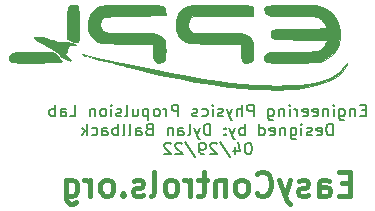
<source format=gbr>
%TF.GenerationSoftware,KiCad,Pcbnew,(6.0.2)*%
%TF.CreationDate,2022-04-29T01:07:20-04:00*%
%TF.ProjectId,Spacecraft ATmega328 MOSFET,53706163-6563-4726-9166-742041546d65,rev?*%
%TF.SameCoordinates,Original*%
%TF.FileFunction,Legend,Bot*%
%TF.FilePolarity,Positive*%
%FSLAX46Y46*%
G04 Gerber Fmt 4.6, Leading zero omitted, Abs format (unit mm)*
G04 Created by KiCad (PCBNEW (6.0.2)) date 2022-04-29 01:07:20*
%MOMM*%
%LPD*%
G01*
G04 APERTURE LIST*
%ADD10C,0.400000*%
%ADD11C,0.150000*%
%ADD12C,0.010000*%
G04 APERTURE END LIST*
D10*
X120997619Y-81157142D02*
X120330952Y-81157142D01*
X120045238Y-82204761D02*
X120997619Y-82204761D01*
X120997619Y-80204761D01*
X120045238Y-80204761D01*
X118330952Y-82204761D02*
X118330952Y-81157142D01*
X118426190Y-80966666D01*
X118616666Y-80871428D01*
X118997619Y-80871428D01*
X119188095Y-80966666D01*
X118330952Y-82109523D02*
X118521428Y-82204761D01*
X118997619Y-82204761D01*
X119188095Y-82109523D01*
X119283333Y-81919047D01*
X119283333Y-81728571D01*
X119188095Y-81538095D01*
X118997619Y-81442857D01*
X118521428Y-81442857D01*
X118330952Y-81347619D01*
X117473809Y-82109523D02*
X117283333Y-82204761D01*
X116902380Y-82204761D01*
X116711904Y-82109523D01*
X116616666Y-81919047D01*
X116616666Y-81823809D01*
X116711904Y-81633333D01*
X116902380Y-81538095D01*
X117188095Y-81538095D01*
X117378571Y-81442857D01*
X117473809Y-81252380D01*
X117473809Y-81157142D01*
X117378571Y-80966666D01*
X117188095Y-80871428D01*
X116902380Y-80871428D01*
X116711904Y-80966666D01*
X115950000Y-80871428D02*
X115473809Y-82204761D01*
X114997619Y-80871428D02*
X115473809Y-82204761D01*
X115664285Y-82680952D01*
X115759523Y-82776190D01*
X115950000Y-82871428D01*
X113092857Y-82014285D02*
X113188095Y-82109523D01*
X113473809Y-82204761D01*
X113664285Y-82204761D01*
X113950000Y-82109523D01*
X114140476Y-81919047D01*
X114235714Y-81728571D01*
X114330952Y-81347619D01*
X114330952Y-81061904D01*
X114235714Y-80680952D01*
X114140476Y-80490476D01*
X113950000Y-80300000D01*
X113664285Y-80204761D01*
X113473809Y-80204761D01*
X113188095Y-80300000D01*
X113092857Y-80395238D01*
X111950000Y-82204761D02*
X112140476Y-82109523D01*
X112235714Y-82014285D01*
X112330952Y-81823809D01*
X112330952Y-81252380D01*
X112235714Y-81061904D01*
X112140476Y-80966666D01*
X111950000Y-80871428D01*
X111664285Y-80871428D01*
X111473809Y-80966666D01*
X111378571Y-81061904D01*
X111283333Y-81252380D01*
X111283333Y-81823809D01*
X111378571Y-82014285D01*
X111473809Y-82109523D01*
X111664285Y-82204761D01*
X111950000Y-82204761D01*
X110426190Y-80871428D02*
X110426190Y-82204761D01*
X110426190Y-81061904D02*
X110330952Y-80966666D01*
X110140476Y-80871428D01*
X109854761Y-80871428D01*
X109664285Y-80966666D01*
X109569047Y-81157142D01*
X109569047Y-82204761D01*
X108902380Y-80871428D02*
X108140476Y-80871428D01*
X108616666Y-80204761D02*
X108616666Y-81919047D01*
X108521428Y-82109523D01*
X108330952Y-82204761D01*
X108140476Y-82204761D01*
X107473809Y-82204761D02*
X107473809Y-80871428D01*
X107473809Y-81252380D02*
X107378571Y-81061904D01*
X107283333Y-80966666D01*
X107092857Y-80871428D01*
X106902380Y-80871428D01*
X105950000Y-82204761D02*
X106140476Y-82109523D01*
X106235714Y-82014285D01*
X106330952Y-81823809D01*
X106330952Y-81252380D01*
X106235714Y-81061904D01*
X106140476Y-80966666D01*
X105950000Y-80871428D01*
X105664285Y-80871428D01*
X105473809Y-80966666D01*
X105378571Y-81061904D01*
X105283333Y-81252380D01*
X105283333Y-81823809D01*
X105378571Y-82014285D01*
X105473809Y-82109523D01*
X105664285Y-82204761D01*
X105950000Y-82204761D01*
X104140476Y-82204761D02*
X104330952Y-82109523D01*
X104426190Y-81919047D01*
X104426190Y-80204761D01*
X103473809Y-82109523D02*
X103283333Y-82204761D01*
X102902380Y-82204761D01*
X102711904Y-82109523D01*
X102616666Y-81919047D01*
X102616666Y-81823809D01*
X102711904Y-81633333D01*
X102902380Y-81538095D01*
X103188095Y-81538095D01*
X103378571Y-81442857D01*
X103473809Y-81252380D01*
X103473809Y-81157142D01*
X103378571Y-80966666D01*
X103188095Y-80871428D01*
X102902380Y-80871428D01*
X102711904Y-80966666D01*
X101759523Y-82014285D02*
X101664285Y-82109523D01*
X101759523Y-82204761D01*
X101854761Y-82109523D01*
X101759523Y-82014285D01*
X101759523Y-82204761D01*
X100521428Y-82204761D02*
X100711904Y-82109523D01*
X100807142Y-82014285D01*
X100902380Y-81823809D01*
X100902380Y-81252380D01*
X100807142Y-81061904D01*
X100711904Y-80966666D01*
X100521428Y-80871428D01*
X100235714Y-80871428D01*
X100045238Y-80966666D01*
X99950000Y-81061904D01*
X99854761Y-81252380D01*
X99854761Y-81823809D01*
X99950000Y-82014285D01*
X100045238Y-82109523D01*
X100235714Y-82204761D01*
X100521428Y-82204761D01*
X98997619Y-82204761D02*
X98997619Y-80871428D01*
X98997619Y-81252380D02*
X98902380Y-81061904D01*
X98807142Y-80966666D01*
X98616666Y-80871428D01*
X98426190Y-80871428D01*
X96902380Y-80871428D02*
X96902380Y-82490476D01*
X96997619Y-82680952D01*
X97092857Y-82776190D01*
X97283333Y-82871428D01*
X97569047Y-82871428D01*
X97759523Y-82776190D01*
X96902380Y-82109523D02*
X97092857Y-82204761D01*
X97473809Y-82204761D01*
X97664285Y-82109523D01*
X97759523Y-82014285D01*
X97854761Y-81823809D01*
X97854761Y-81252380D01*
X97759523Y-81061904D01*
X97664285Y-80966666D01*
X97473809Y-80871428D01*
X97092857Y-80871428D01*
X96902380Y-80966666D01*
D11*
X122307142Y-74968571D02*
X121973809Y-74968571D01*
X121830952Y-75492380D02*
X122307142Y-75492380D01*
X122307142Y-74492380D01*
X121830952Y-74492380D01*
X121402380Y-74825714D02*
X121402380Y-75492380D01*
X121402380Y-74920952D02*
X121354761Y-74873333D01*
X121259523Y-74825714D01*
X121116666Y-74825714D01*
X121021428Y-74873333D01*
X120973809Y-74968571D01*
X120973809Y-75492380D01*
X120069047Y-74825714D02*
X120069047Y-75635238D01*
X120116666Y-75730476D01*
X120164285Y-75778095D01*
X120259523Y-75825714D01*
X120402380Y-75825714D01*
X120497619Y-75778095D01*
X120069047Y-75444761D02*
X120164285Y-75492380D01*
X120354761Y-75492380D01*
X120450000Y-75444761D01*
X120497619Y-75397142D01*
X120545238Y-75301904D01*
X120545238Y-75016190D01*
X120497619Y-74920952D01*
X120450000Y-74873333D01*
X120354761Y-74825714D01*
X120164285Y-74825714D01*
X120069047Y-74873333D01*
X119592857Y-75492380D02*
X119592857Y-74825714D01*
X119592857Y-74492380D02*
X119640476Y-74540000D01*
X119592857Y-74587619D01*
X119545238Y-74540000D01*
X119592857Y-74492380D01*
X119592857Y-74587619D01*
X119116666Y-74825714D02*
X119116666Y-75492380D01*
X119116666Y-74920952D02*
X119069047Y-74873333D01*
X118973809Y-74825714D01*
X118830952Y-74825714D01*
X118735714Y-74873333D01*
X118688095Y-74968571D01*
X118688095Y-75492380D01*
X117830952Y-75444761D02*
X117926190Y-75492380D01*
X118116666Y-75492380D01*
X118211904Y-75444761D01*
X118259523Y-75349523D01*
X118259523Y-74968571D01*
X118211904Y-74873333D01*
X118116666Y-74825714D01*
X117926190Y-74825714D01*
X117830952Y-74873333D01*
X117783333Y-74968571D01*
X117783333Y-75063809D01*
X118259523Y-75159047D01*
X116973809Y-75444761D02*
X117069047Y-75492380D01*
X117259523Y-75492380D01*
X117354761Y-75444761D01*
X117402380Y-75349523D01*
X117402380Y-74968571D01*
X117354761Y-74873333D01*
X117259523Y-74825714D01*
X117069047Y-74825714D01*
X116973809Y-74873333D01*
X116926190Y-74968571D01*
X116926190Y-75063809D01*
X117402380Y-75159047D01*
X116497619Y-75492380D02*
X116497619Y-74825714D01*
X116497619Y-75016190D02*
X116450000Y-74920952D01*
X116402380Y-74873333D01*
X116307142Y-74825714D01*
X116211904Y-74825714D01*
X115878571Y-75492380D02*
X115878571Y-74825714D01*
X115878571Y-74492380D02*
X115926190Y-74540000D01*
X115878571Y-74587619D01*
X115830952Y-74540000D01*
X115878571Y-74492380D01*
X115878571Y-74587619D01*
X115402380Y-74825714D02*
X115402380Y-75492380D01*
X115402380Y-74920952D02*
X115354761Y-74873333D01*
X115259523Y-74825714D01*
X115116666Y-74825714D01*
X115021428Y-74873333D01*
X114973809Y-74968571D01*
X114973809Y-75492380D01*
X114069047Y-74825714D02*
X114069047Y-75635238D01*
X114116666Y-75730476D01*
X114164285Y-75778095D01*
X114259523Y-75825714D01*
X114402380Y-75825714D01*
X114497619Y-75778095D01*
X114069047Y-75444761D02*
X114164285Y-75492380D01*
X114354761Y-75492380D01*
X114450000Y-75444761D01*
X114497619Y-75397142D01*
X114545238Y-75301904D01*
X114545238Y-75016190D01*
X114497619Y-74920952D01*
X114450000Y-74873333D01*
X114354761Y-74825714D01*
X114164285Y-74825714D01*
X114069047Y-74873333D01*
X112830952Y-75492380D02*
X112830952Y-74492380D01*
X112450000Y-74492380D01*
X112354761Y-74540000D01*
X112307142Y-74587619D01*
X112259523Y-74682857D01*
X112259523Y-74825714D01*
X112307142Y-74920952D01*
X112354761Y-74968571D01*
X112450000Y-75016190D01*
X112830952Y-75016190D01*
X111830952Y-75492380D02*
X111830952Y-74492380D01*
X111402380Y-75492380D02*
X111402380Y-74968571D01*
X111450000Y-74873333D01*
X111545238Y-74825714D01*
X111688095Y-74825714D01*
X111783333Y-74873333D01*
X111830952Y-74920952D01*
X111021428Y-74825714D02*
X110783333Y-75492380D01*
X110545238Y-74825714D02*
X110783333Y-75492380D01*
X110878571Y-75730476D01*
X110926190Y-75778095D01*
X111021428Y-75825714D01*
X110211904Y-75444761D02*
X110116666Y-75492380D01*
X109926190Y-75492380D01*
X109830952Y-75444761D01*
X109783333Y-75349523D01*
X109783333Y-75301904D01*
X109830952Y-75206666D01*
X109926190Y-75159047D01*
X110069047Y-75159047D01*
X110164285Y-75111428D01*
X110211904Y-75016190D01*
X110211904Y-74968571D01*
X110164285Y-74873333D01*
X110069047Y-74825714D01*
X109926190Y-74825714D01*
X109830952Y-74873333D01*
X109354761Y-75492380D02*
X109354761Y-74825714D01*
X109354761Y-74492380D02*
X109402380Y-74540000D01*
X109354761Y-74587619D01*
X109307142Y-74540000D01*
X109354761Y-74492380D01*
X109354761Y-74587619D01*
X108450000Y-75444761D02*
X108545238Y-75492380D01*
X108735714Y-75492380D01*
X108830952Y-75444761D01*
X108878571Y-75397142D01*
X108926190Y-75301904D01*
X108926190Y-75016190D01*
X108878571Y-74920952D01*
X108830952Y-74873333D01*
X108735714Y-74825714D01*
X108545238Y-74825714D01*
X108450000Y-74873333D01*
X108069047Y-75444761D02*
X107973809Y-75492380D01*
X107783333Y-75492380D01*
X107688095Y-75444761D01*
X107640476Y-75349523D01*
X107640476Y-75301904D01*
X107688095Y-75206666D01*
X107783333Y-75159047D01*
X107926190Y-75159047D01*
X108021428Y-75111428D01*
X108069047Y-75016190D01*
X108069047Y-74968571D01*
X108021428Y-74873333D01*
X107926190Y-74825714D01*
X107783333Y-74825714D01*
X107688095Y-74873333D01*
X106450000Y-75492380D02*
X106450000Y-74492380D01*
X106069047Y-74492380D01*
X105973809Y-74540000D01*
X105926190Y-74587619D01*
X105878571Y-74682857D01*
X105878571Y-74825714D01*
X105926190Y-74920952D01*
X105973809Y-74968571D01*
X106069047Y-75016190D01*
X106450000Y-75016190D01*
X105450000Y-75492380D02*
X105450000Y-74825714D01*
X105450000Y-75016190D02*
X105402380Y-74920952D01*
X105354761Y-74873333D01*
X105259523Y-74825714D01*
X105164285Y-74825714D01*
X104688095Y-75492380D02*
X104783333Y-75444761D01*
X104830952Y-75397142D01*
X104878571Y-75301904D01*
X104878571Y-75016190D01*
X104830952Y-74920952D01*
X104783333Y-74873333D01*
X104688095Y-74825714D01*
X104545238Y-74825714D01*
X104450000Y-74873333D01*
X104402380Y-74920952D01*
X104354761Y-75016190D01*
X104354761Y-75301904D01*
X104402380Y-75397142D01*
X104450000Y-75444761D01*
X104545238Y-75492380D01*
X104688095Y-75492380D01*
X103926190Y-74825714D02*
X103926190Y-75825714D01*
X103926190Y-74873333D02*
X103830952Y-74825714D01*
X103640476Y-74825714D01*
X103545238Y-74873333D01*
X103497619Y-74920952D01*
X103450000Y-75016190D01*
X103450000Y-75301904D01*
X103497619Y-75397142D01*
X103545238Y-75444761D01*
X103640476Y-75492380D01*
X103830952Y-75492380D01*
X103926190Y-75444761D01*
X102592857Y-74825714D02*
X102592857Y-75492380D01*
X103021428Y-74825714D02*
X103021428Y-75349523D01*
X102973809Y-75444761D01*
X102878571Y-75492380D01*
X102735714Y-75492380D01*
X102640476Y-75444761D01*
X102592857Y-75397142D01*
X101973809Y-75492380D02*
X102069047Y-75444761D01*
X102116666Y-75349523D01*
X102116666Y-74492380D01*
X101640476Y-75444761D02*
X101545238Y-75492380D01*
X101354761Y-75492380D01*
X101259523Y-75444761D01*
X101211904Y-75349523D01*
X101211904Y-75301904D01*
X101259523Y-75206666D01*
X101354761Y-75159047D01*
X101497619Y-75159047D01*
X101592857Y-75111428D01*
X101640476Y-75016190D01*
X101640476Y-74968571D01*
X101592857Y-74873333D01*
X101497619Y-74825714D01*
X101354761Y-74825714D01*
X101259523Y-74873333D01*
X100783333Y-75492380D02*
X100783333Y-74825714D01*
X100783333Y-74492380D02*
X100830952Y-74540000D01*
X100783333Y-74587619D01*
X100735714Y-74540000D01*
X100783333Y-74492380D01*
X100783333Y-74587619D01*
X100164285Y-75492380D02*
X100259523Y-75444761D01*
X100307142Y-75397142D01*
X100354761Y-75301904D01*
X100354761Y-75016190D01*
X100307142Y-74920952D01*
X100259523Y-74873333D01*
X100164285Y-74825714D01*
X100021428Y-74825714D01*
X99926190Y-74873333D01*
X99878571Y-74920952D01*
X99830952Y-75016190D01*
X99830952Y-75301904D01*
X99878571Y-75397142D01*
X99926190Y-75444761D01*
X100021428Y-75492380D01*
X100164285Y-75492380D01*
X99402380Y-74825714D02*
X99402380Y-75492380D01*
X99402380Y-74920952D02*
X99354761Y-74873333D01*
X99259523Y-74825714D01*
X99116666Y-74825714D01*
X99021428Y-74873333D01*
X98973809Y-74968571D01*
X98973809Y-75492380D01*
X97259523Y-75492380D02*
X97735714Y-75492380D01*
X97735714Y-74492380D01*
X96497619Y-75492380D02*
X96497619Y-74968571D01*
X96545238Y-74873333D01*
X96640476Y-74825714D01*
X96830952Y-74825714D01*
X96926190Y-74873333D01*
X96497619Y-75444761D02*
X96592857Y-75492380D01*
X96830952Y-75492380D01*
X96926190Y-75444761D01*
X96973809Y-75349523D01*
X96973809Y-75254285D01*
X96926190Y-75159047D01*
X96830952Y-75111428D01*
X96592857Y-75111428D01*
X96497619Y-75063809D01*
X96021428Y-75492380D02*
X96021428Y-74492380D01*
X96021428Y-74873333D02*
X95926190Y-74825714D01*
X95735714Y-74825714D01*
X95640476Y-74873333D01*
X95592857Y-74920952D01*
X95545238Y-75016190D01*
X95545238Y-75301904D01*
X95592857Y-75397142D01*
X95640476Y-75444761D01*
X95735714Y-75492380D01*
X95926190Y-75492380D01*
X96021428Y-75444761D01*
X119545238Y-77102380D02*
X119545238Y-76102380D01*
X119307142Y-76102380D01*
X119164285Y-76150000D01*
X119069047Y-76245238D01*
X119021428Y-76340476D01*
X118973809Y-76530952D01*
X118973809Y-76673809D01*
X119021428Y-76864285D01*
X119069047Y-76959523D01*
X119164285Y-77054761D01*
X119307142Y-77102380D01*
X119545238Y-77102380D01*
X118164285Y-77054761D02*
X118259523Y-77102380D01*
X118450000Y-77102380D01*
X118545238Y-77054761D01*
X118592857Y-76959523D01*
X118592857Y-76578571D01*
X118545238Y-76483333D01*
X118450000Y-76435714D01*
X118259523Y-76435714D01*
X118164285Y-76483333D01*
X118116666Y-76578571D01*
X118116666Y-76673809D01*
X118592857Y-76769047D01*
X117735714Y-77054761D02*
X117640476Y-77102380D01*
X117450000Y-77102380D01*
X117354761Y-77054761D01*
X117307142Y-76959523D01*
X117307142Y-76911904D01*
X117354761Y-76816666D01*
X117450000Y-76769047D01*
X117592857Y-76769047D01*
X117688095Y-76721428D01*
X117735714Y-76626190D01*
X117735714Y-76578571D01*
X117688095Y-76483333D01*
X117592857Y-76435714D01*
X117450000Y-76435714D01*
X117354761Y-76483333D01*
X116878571Y-77102380D02*
X116878571Y-76435714D01*
X116878571Y-76102380D02*
X116926190Y-76150000D01*
X116878571Y-76197619D01*
X116830952Y-76150000D01*
X116878571Y-76102380D01*
X116878571Y-76197619D01*
X115973809Y-76435714D02*
X115973809Y-77245238D01*
X116021428Y-77340476D01*
X116069047Y-77388095D01*
X116164285Y-77435714D01*
X116307142Y-77435714D01*
X116402380Y-77388095D01*
X115973809Y-77054761D02*
X116069047Y-77102380D01*
X116259523Y-77102380D01*
X116354761Y-77054761D01*
X116402380Y-77007142D01*
X116450000Y-76911904D01*
X116450000Y-76626190D01*
X116402380Y-76530952D01*
X116354761Y-76483333D01*
X116259523Y-76435714D01*
X116069047Y-76435714D01*
X115973809Y-76483333D01*
X115497619Y-76435714D02*
X115497619Y-77102380D01*
X115497619Y-76530952D02*
X115450000Y-76483333D01*
X115354761Y-76435714D01*
X115211904Y-76435714D01*
X115116666Y-76483333D01*
X115069047Y-76578571D01*
X115069047Y-77102380D01*
X114211904Y-77054761D02*
X114307142Y-77102380D01*
X114497619Y-77102380D01*
X114592857Y-77054761D01*
X114640476Y-76959523D01*
X114640476Y-76578571D01*
X114592857Y-76483333D01*
X114497619Y-76435714D01*
X114307142Y-76435714D01*
X114211904Y-76483333D01*
X114164285Y-76578571D01*
X114164285Y-76673809D01*
X114640476Y-76769047D01*
X113307142Y-77102380D02*
X113307142Y-76102380D01*
X113307142Y-77054761D02*
X113402380Y-77102380D01*
X113592857Y-77102380D01*
X113688095Y-77054761D01*
X113735714Y-77007142D01*
X113783333Y-76911904D01*
X113783333Y-76626190D01*
X113735714Y-76530952D01*
X113688095Y-76483333D01*
X113592857Y-76435714D01*
X113402380Y-76435714D01*
X113307142Y-76483333D01*
X112069047Y-77102380D02*
X112069047Y-76102380D01*
X112069047Y-76483333D02*
X111973809Y-76435714D01*
X111783333Y-76435714D01*
X111688095Y-76483333D01*
X111640476Y-76530952D01*
X111592857Y-76626190D01*
X111592857Y-76911904D01*
X111640476Y-77007142D01*
X111688095Y-77054761D01*
X111783333Y-77102380D01*
X111973809Y-77102380D01*
X112069047Y-77054761D01*
X111259523Y-76435714D02*
X111021428Y-77102380D01*
X110783333Y-76435714D02*
X111021428Y-77102380D01*
X111116666Y-77340476D01*
X111164285Y-77388095D01*
X111259523Y-77435714D01*
X110402380Y-77007142D02*
X110354761Y-77054761D01*
X110402380Y-77102380D01*
X110450000Y-77054761D01*
X110402380Y-77007142D01*
X110402380Y-77102380D01*
X110402380Y-76483333D02*
X110354761Y-76530952D01*
X110402380Y-76578571D01*
X110450000Y-76530952D01*
X110402380Y-76483333D01*
X110402380Y-76578571D01*
X109164285Y-77102380D02*
X109164285Y-76102380D01*
X108926190Y-76102380D01*
X108783333Y-76150000D01*
X108688095Y-76245238D01*
X108640476Y-76340476D01*
X108592857Y-76530952D01*
X108592857Y-76673809D01*
X108640476Y-76864285D01*
X108688095Y-76959523D01*
X108783333Y-77054761D01*
X108926190Y-77102380D01*
X109164285Y-77102380D01*
X108259523Y-76435714D02*
X108021428Y-77102380D01*
X107783333Y-76435714D02*
X108021428Y-77102380D01*
X108116666Y-77340476D01*
X108164285Y-77388095D01*
X108259523Y-77435714D01*
X107259523Y-77102380D02*
X107354761Y-77054761D01*
X107402380Y-76959523D01*
X107402380Y-76102380D01*
X106450000Y-77102380D02*
X106450000Y-76578571D01*
X106497619Y-76483333D01*
X106592857Y-76435714D01*
X106783333Y-76435714D01*
X106878571Y-76483333D01*
X106450000Y-77054761D02*
X106545238Y-77102380D01*
X106783333Y-77102380D01*
X106878571Y-77054761D01*
X106926190Y-76959523D01*
X106926190Y-76864285D01*
X106878571Y-76769047D01*
X106783333Y-76721428D01*
X106545238Y-76721428D01*
X106450000Y-76673809D01*
X105973809Y-76435714D02*
X105973809Y-77102380D01*
X105973809Y-76530952D02*
X105926190Y-76483333D01*
X105830952Y-76435714D01*
X105688095Y-76435714D01*
X105592857Y-76483333D01*
X105545238Y-76578571D01*
X105545238Y-77102380D01*
X103973809Y-76578571D02*
X103830952Y-76626190D01*
X103783333Y-76673809D01*
X103735714Y-76769047D01*
X103735714Y-76911904D01*
X103783333Y-77007142D01*
X103830952Y-77054761D01*
X103926190Y-77102380D01*
X104307142Y-77102380D01*
X104307142Y-76102380D01*
X103973809Y-76102380D01*
X103878571Y-76150000D01*
X103830952Y-76197619D01*
X103783333Y-76292857D01*
X103783333Y-76388095D01*
X103830952Y-76483333D01*
X103878571Y-76530952D01*
X103973809Y-76578571D01*
X104307142Y-76578571D01*
X102878571Y-77102380D02*
X102878571Y-76578571D01*
X102926190Y-76483333D01*
X103021428Y-76435714D01*
X103211904Y-76435714D01*
X103307142Y-76483333D01*
X102878571Y-77054761D02*
X102973809Y-77102380D01*
X103211904Y-77102380D01*
X103307142Y-77054761D01*
X103354761Y-76959523D01*
X103354761Y-76864285D01*
X103307142Y-76769047D01*
X103211904Y-76721428D01*
X102973809Y-76721428D01*
X102878571Y-76673809D01*
X102259523Y-77102380D02*
X102354761Y-77054761D01*
X102402380Y-76959523D01*
X102402380Y-76102380D01*
X101735714Y-77102380D02*
X101830952Y-77054761D01*
X101878571Y-76959523D01*
X101878571Y-76102380D01*
X101354761Y-77102380D02*
X101354761Y-76102380D01*
X101354761Y-76483333D02*
X101259523Y-76435714D01*
X101069047Y-76435714D01*
X100973809Y-76483333D01*
X100926190Y-76530952D01*
X100878571Y-76626190D01*
X100878571Y-76911904D01*
X100926190Y-77007142D01*
X100973809Y-77054761D01*
X101069047Y-77102380D01*
X101259523Y-77102380D01*
X101354761Y-77054761D01*
X100021428Y-77102380D02*
X100021428Y-76578571D01*
X100069047Y-76483333D01*
X100164285Y-76435714D01*
X100354761Y-76435714D01*
X100450000Y-76483333D01*
X100021428Y-77054761D02*
X100116666Y-77102380D01*
X100354761Y-77102380D01*
X100450000Y-77054761D01*
X100497619Y-76959523D01*
X100497619Y-76864285D01*
X100450000Y-76769047D01*
X100354761Y-76721428D01*
X100116666Y-76721428D01*
X100021428Y-76673809D01*
X99116666Y-77054761D02*
X99211904Y-77102380D01*
X99402380Y-77102380D01*
X99497619Y-77054761D01*
X99545238Y-77007142D01*
X99592857Y-76911904D01*
X99592857Y-76626190D01*
X99545238Y-76530952D01*
X99497619Y-76483333D01*
X99402380Y-76435714D01*
X99211904Y-76435714D01*
X99116666Y-76483333D01*
X98688095Y-77102380D02*
X98688095Y-76102380D01*
X98592857Y-76721428D02*
X98307142Y-77102380D01*
X98307142Y-76435714D02*
X98688095Y-76816666D01*
X112426190Y-77712380D02*
X112330952Y-77712380D01*
X112235714Y-77760000D01*
X112188095Y-77807619D01*
X112140476Y-77902857D01*
X112092857Y-78093333D01*
X112092857Y-78331428D01*
X112140476Y-78521904D01*
X112188095Y-78617142D01*
X112235714Y-78664761D01*
X112330952Y-78712380D01*
X112426190Y-78712380D01*
X112521428Y-78664761D01*
X112569047Y-78617142D01*
X112616666Y-78521904D01*
X112664285Y-78331428D01*
X112664285Y-78093333D01*
X112616666Y-77902857D01*
X112569047Y-77807619D01*
X112521428Y-77760000D01*
X112426190Y-77712380D01*
X111235714Y-78045714D02*
X111235714Y-78712380D01*
X111473809Y-77664761D02*
X111711904Y-78379047D01*
X111092857Y-78379047D01*
X109997619Y-77664761D02*
X110854761Y-78950476D01*
X109711904Y-77807619D02*
X109664285Y-77760000D01*
X109569047Y-77712380D01*
X109330952Y-77712380D01*
X109235714Y-77760000D01*
X109188095Y-77807619D01*
X109140476Y-77902857D01*
X109140476Y-77998095D01*
X109188095Y-78140952D01*
X109759523Y-78712380D01*
X109140476Y-78712380D01*
X108664285Y-78712380D02*
X108473809Y-78712380D01*
X108378571Y-78664761D01*
X108330952Y-78617142D01*
X108235714Y-78474285D01*
X108188095Y-78283809D01*
X108188095Y-77902857D01*
X108235714Y-77807619D01*
X108283333Y-77760000D01*
X108378571Y-77712380D01*
X108569047Y-77712380D01*
X108664285Y-77760000D01*
X108711904Y-77807619D01*
X108759523Y-77902857D01*
X108759523Y-78140952D01*
X108711904Y-78236190D01*
X108664285Y-78283809D01*
X108569047Y-78331428D01*
X108378571Y-78331428D01*
X108283333Y-78283809D01*
X108235714Y-78236190D01*
X108188095Y-78140952D01*
X107045238Y-77664761D02*
X107902380Y-78950476D01*
X106759523Y-77807619D02*
X106711904Y-77760000D01*
X106616666Y-77712380D01*
X106378571Y-77712380D01*
X106283333Y-77760000D01*
X106235714Y-77807619D01*
X106188095Y-77902857D01*
X106188095Y-77998095D01*
X106235714Y-78140952D01*
X106807142Y-78712380D01*
X106188095Y-78712380D01*
X105807142Y-77807619D02*
X105759523Y-77760000D01*
X105664285Y-77712380D01*
X105426190Y-77712380D01*
X105330952Y-77760000D01*
X105283333Y-77807619D01*
X105235714Y-77902857D01*
X105235714Y-77998095D01*
X105283333Y-78140952D01*
X105854761Y-78712380D01*
X105235714Y-78712380D01*
D12*
%TO.C,G\u002A\u002A\u002A*%
X101830734Y-66040698D02*
X101257656Y-66043633D01*
X101257656Y-66043633D02*
X100811652Y-66050059D01*
X100811652Y-66050059D02*
X100471594Y-66061235D01*
X100471594Y-66061235D02*
X100216352Y-66078415D01*
X100216352Y-66078415D02*
X100024798Y-66102858D01*
X100024798Y-66102858D02*
X99875804Y-66135818D01*
X99875804Y-66135818D02*
X99748241Y-66178554D01*
X99748241Y-66178554D02*
X99668362Y-66211498D01*
X99668362Y-66211498D02*
X99284217Y-66443353D01*
X99284217Y-66443353D02*
X99022429Y-66763963D01*
X99022429Y-66763963D02*
X98870233Y-67193981D01*
X98870233Y-67193981D02*
X98821431Y-67581464D01*
X98821431Y-67581464D02*
X98846894Y-68149741D01*
X98846894Y-68149741D02*
X98998870Y-68606294D01*
X98998870Y-68606294D02*
X99278117Y-68952801D01*
X99278117Y-68952801D02*
X99513423Y-69111998D01*
X99513423Y-69111998D02*
X99629575Y-69169387D01*
X99629575Y-69169387D02*
X99752770Y-69214432D01*
X99752770Y-69214432D02*
X99905451Y-69249154D01*
X99905451Y-69249154D02*
X100110065Y-69275577D01*
X100110065Y-69275577D02*
X100389054Y-69295722D01*
X100389054Y-69295722D02*
X100764864Y-69311613D01*
X100764864Y-69311613D02*
X101259939Y-69325272D01*
X101259939Y-69325272D02*
X101896722Y-69338721D01*
X101896722Y-69338721D02*
X102065666Y-69342000D01*
X102065666Y-69342000D02*
X104267000Y-69384333D01*
X104267000Y-69384333D02*
X104292260Y-70017189D01*
X104292260Y-70017189D02*
X104331432Y-70446387D01*
X104331432Y-70446387D02*
X104416215Y-70730766D01*
X104416215Y-70730766D02*
X104558408Y-70891430D01*
X104558408Y-70891430D02*
X104769816Y-70949483D01*
X104769816Y-70949483D02*
X104814273Y-70950666D01*
X104814273Y-70950666D02*
X105052401Y-70905044D01*
X105052401Y-70905044D02*
X105203318Y-70830330D01*
X105203318Y-70830330D02*
X105283221Y-70749746D01*
X105283221Y-70749746D02*
X105332509Y-70625827D01*
X105332509Y-70625827D02*
X105358161Y-70421072D01*
X105358161Y-70421072D02*
X105367159Y-70097976D01*
X105367159Y-70097976D02*
X105367666Y-69947446D01*
X105367666Y-69947446D02*
X105361265Y-69558133D01*
X105361265Y-69558133D02*
X105336884Y-69293503D01*
X105336884Y-69293503D02*
X105286760Y-69109215D01*
X105286760Y-69109215D02*
X105203129Y-68960927D01*
X105203129Y-68960927D02*
X105192315Y-68945949D01*
X105192315Y-68945949D02*
X105069117Y-68790597D01*
X105069117Y-68790597D02*
X104939743Y-68668523D01*
X104939743Y-68668523D02*
X104782948Y-68575740D01*
X104782948Y-68575740D02*
X104577490Y-68508261D01*
X104577490Y-68508261D02*
X104302126Y-68462100D01*
X104302126Y-68462100D02*
X103935614Y-68433270D01*
X103935614Y-68433270D02*
X103456711Y-68417784D01*
X103456711Y-68417784D02*
X102844173Y-68411655D01*
X102844173Y-68411655D02*
X102340833Y-68410798D01*
X102340833Y-68410798D02*
X101689076Y-68410048D01*
X101689076Y-68410048D02*
X101185396Y-68406842D01*
X101185396Y-68406842D02*
X100808539Y-68399609D01*
X100808539Y-68399609D02*
X100537253Y-68386778D01*
X100537253Y-68386778D02*
X100350283Y-68366776D01*
X100350283Y-68366776D02*
X100226376Y-68338032D01*
X100226376Y-68338032D02*
X100144278Y-68298975D01*
X100144278Y-68298975D02*
X100082736Y-68248033D01*
X100082736Y-68248033D02*
X100078153Y-68243486D01*
X100078153Y-68243486D02*
X99928730Y-68034496D01*
X99928730Y-68034496D02*
X99856896Y-67860843D01*
X99856896Y-67860843D02*
X99853356Y-67626200D01*
X99853356Y-67626200D02*
X99922329Y-67360223D01*
X99922329Y-67360223D02*
X100038325Y-67142591D01*
X100038325Y-67142591D02*
X100108191Y-67075350D01*
X100108191Y-67075350D02*
X100213741Y-67058617D01*
X100213741Y-67058617D02*
X100467074Y-67040829D01*
X100467074Y-67040829D02*
X100846650Y-67022822D01*
X100846650Y-67022822D02*
X101330931Y-67005434D01*
X101330931Y-67005434D02*
X101898377Y-66989500D01*
X101898377Y-66989500D02*
X102527447Y-66975859D01*
X102527447Y-66975859D02*
X102785333Y-66971333D01*
X102785333Y-66971333D02*
X105367666Y-66929000D01*
X105367666Y-66929000D02*
X105356692Y-66596650D01*
X105356692Y-66596650D02*
X105348923Y-66444929D01*
X105348923Y-66444929D02*
X105325278Y-66323634D01*
X105325278Y-66323634D02*
X105268604Y-66229358D01*
X105268604Y-66229358D02*
X105161745Y-66158698D01*
X105161745Y-66158698D02*
X104987547Y-66108248D01*
X104987547Y-66108248D02*
X104728856Y-66074605D01*
X104728856Y-66074605D02*
X104368518Y-66054363D01*
X104368518Y-66054363D02*
X103889378Y-66044118D01*
X103889378Y-66044118D02*
X103274282Y-66040465D01*
X103274282Y-66040465D02*
X102552013Y-66040000D01*
X102552013Y-66040000D02*
X101830734Y-66040698D01*
X101830734Y-66040698D02*
X101830734Y-66040698D01*
G36*
X103274282Y-66040465D02*
G01*
X103889378Y-66044118D01*
X104368518Y-66054363D01*
X104728856Y-66074605D01*
X104987547Y-66108248D01*
X105161745Y-66158698D01*
X105268604Y-66229358D01*
X105325278Y-66323634D01*
X105348923Y-66444929D01*
X105356692Y-66596650D01*
X105367666Y-66929000D01*
X102785333Y-66971333D01*
X102527447Y-66975859D01*
X101898377Y-66989500D01*
X101330931Y-67005434D01*
X100846650Y-67022822D01*
X100467074Y-67040829D01*
X100213741Y-67058617D01*
X100108191Y-67075350D01*
X100038325Y-67142591D01*
X99922329Y-67360223D01*
X99853356Y-67626200D01*
X99856896Y-67860843D01*
X99928730Y-68034496D01*
X100078153Y-68243486D01*
X100082736Y-68248033D01*
X100144278Y-68298975D01*
X100226376Y-68338032D01*
X100350283Y-68366776D01*
X100537253Y-68386778D01*
X100808539Y-68399609D01*
X101185396Y-68406842D01*
X101689076Y-68410048D01*
X102340833Y-68410798D01*
X102844173Y-68411655D01*
X103456711Y-68417784D01*
X103935614Y-68433270D01*
X104302126Y-68462100D01*
X104577490Y-68508261D01*
X104782948Y-68575740D01*
X104939743Y-68668523D01*
X105069117Y-68790597D01*
X105192315Y-68945949D01*
X105203129Y-68960927D01*
X105286760Y-69109215D01*
X105336884Y-69293503D01*
X105361265Y-69558133D01*
X105367666Y-69947446D01*
X105367159Y-70097976D01*
X105358161Y-70421072D01*
X105332509Y-70625827D01*
X105283221Y-70749746D01*
X105203318Y-70830330D01*
X105052401Y-70905044D01*
X104814273Y-70950666D01*
X104769816Y-70949483D01*
X104558408Y-70891430D01*
X104416215Y-70730766D01*
X104331432Y-70446387D01*
X104292260Y-70017189D01*
X104267000Y-69384333D01*
X102065666Y-69342000D01*
X101896722Y-69338721D01*
X101259939Y-69325272D01*
X100764864Y-69311613D01*
X100389054Y-69295722D01*
X100110065Y-69275577D01*
X99905451Y-69249154D01*
X99752770Y-69214432D01*
X99629575Y-69169387D01*
X99513423Y-69111998D01*
X99278117Y-68952801D01*
X98998870Y-68606294D01*
X98846894Y-68149741D01*
X98821431Y-67581464D01*
X98870233Y-67193981D01*
X99022429Y-66763963D01*
X99284217Y-66443353D01*
X99668362Y-66211498D01*
X99748241Y-66178554D01*
X99875804Y-66135818D01*
X100024798Y-66102858D01*
X100216352Y-66078415D01*
X100471594Y-66061235D01*
X100811652Y-66050059D01*
X101257656Y-66043633D01*
X101830734Y-66040698D01*
X102552013Y-66040000D01*
X103274282Y-66040465D01*
G37*
X103274282Y-66040465D02*
X103889378Y-66044118D01*
X104368518Y-66054363D01*
X104728856Y-66074605D01*
X104987547Y-66108248D01*
X105161745Y-66158698D01*
X105268604Y-66229358D01*
X105325278Y-66323634D01*
X105348923Y-66444929D01*
X105356692Y-66596650D01*
X105367666Y-66929000D01*
X102785333Y-66971333D01*
X102527447Y-66975859D01*
X101898377Y-66989500D01*
X101330931Y-67005434D01*
X100846650Y-67022822D01*
X100467074Y-67040829D01*
X100213741Y-67058617D01*
X100108191Y-67075350D01*
X100038325Y-67142591D01*
X99922329Y-67360223D01*
X99853356Y-67626200D01*
X99856896Y-67860843D01*
X99928730Y-68034496D01*
X100078153Y-68243486D01*
X100082736Y-68248033D01*
X100144278Y-68298975D01*
X100226376Y-68338032D01*
X100350283Y-68366776D01*
X100537253Y-68386778D01*
X100808539Y-68399609D01*
X101185396Y-68406842D01*
X101689076Y-68410048D01*
X102340833Y-68410798D01*
X102844173Y-68411655D01*
X103456711Y-68417784D01*
X103935614Y-68433270D01*
X104302126Y-68462100D01*
X104577490Y-68508261D01*
X104782948Y-68575740D01*
X104939743Y-68668523D01*
X105069117Y-68790597D01*
X105192315Y-68945949D01*
X105203129Y-68960927D01*
X105286760Y-69109215D01*
X105336884Y-69293503D01*
X105361265Y-69558133D01*
X105367666Y-69947446D01*
X105367159Y-70097976D01*
X105358161Y-70421072D01*
X105332509Y-70625827D01*
X105283221Y-70749746D01*
X105203318Y-70830330D01*
X105052401Y-70905044D01*
X104814273Y-70950666D01*
X104769816Y-70949483D01*
X104558408Y-70891430D01*
X104416215Y-70730766D01*
X104331432Y-70446387D01*
X104292260Y-70017189D01*
X104267000Y-69384333D01*
X102065666Y-69342000D01*
X101896722Y-69338721D01*
X101259939Y-69325272D01*
X100764864Y-69311613D01*
X100389054Y-69295722D01*
X100110065Y-69275577D01*
X99905451Y-69249154D01*
X99752770Y-69214432D01*
X99629575Y-69169387D01*
X99513423Y-69111998D01*
X99278117Y-68952801D01*
X98998870Y-68606294D01*
X98846894Y-68149741D01*
X98821431Y-67581464D01*
X98870233Y-67193981D01*
X99022429Y-66763963D01*
X99284217Y-66443353D01*
X99668362Y-66211498D01*
X99748241Y-66178554D01*
X99875804Y-66135818D01*
X100024798Y-66102858D01*
X100216352Y-66078415D01*
X100471594Y-66061235D01*
X100811652Y-66050059D01*
X101257656Y-66043633D01*
X101830734Y-66040698D01*
X102552013Y-66040000D01*
X103274282Y-66040465D01*
X98828930Y-70391513D02*
X98854181Y-70429995D01*
X98854181Y-70429995D02*
X98940055Y-70435982D01*
X98940055Y-70435982D02*
X99030398Y-70415305D01*
X99030398Y-70415305D02*
X98991208Y-70384829D01*
X98991208Y-70384829D02*
X98858884Y-70374736D01*
X98858884Y-70374736D02*
X98828930Y-70391513D01*
X98828930Y-70391513D02*
X98828930Y-70391513D01*
G36*
X98991208Y-70384829D02*
G01*
X99030398Y-70415305D01*
X98940055Y-70435982D01*
X98854181Y-70429995D01*
X98828930Y-70391513D01*
X98858884Y-70374736D01*
X98991208Y-70384829D01*
G37*
X98991208Y-70384829D02*
X99030398Y-70415305D01*
X98940055Y-70435982D01*
X98854181Y-70429995D01*
X98828930Y-70391513D01*
X98858884Y-70374736D01*
X98991208Y-70384829D01*
X109611420Y-66040891D02*
X109030108Y-66045386D01*
X109030108Y-66045386D02*
X108489315Y-66054171D01*
X108489315Y-66054171D02*
X108015268Y-66067269D01*
X108015268Y-66067269D02*
X107634193Y-66084704D01*
X107634193Y-66084704D02*
X107372314Y-66106498D01*
X107372314Y-66106498D02*
X107278481Y-66122999D01*
X107278481Y-66122999D02*
X106950815Y-66283559D01*
X106950815Y-66283559D02*
X106636314Y-66548426D01*
X106636314Y-66548426D02*
X106400987Y-66861026D01*
X106400987Y-66861026D02*
X106387423Y-66886666D01*
X106387423Y-66886666D02*
X106253547Y-67287208D01*
X106253547Y-67287208D02*
X106215418Y-67735240D01*
X106215418Y-67735240D02*
X106268638Y-68176358D01*
X106268638Y-68176358D02*
X106408811Y-68556157D01*
X106408811Y-68556157D02*
X106536928Y-68736410D01*
X106536928Y-68736410D02*
X106690213Y-68898914D01*
X106690213Y-68898914D02*
X106826618Y-69026801D01*
X106826618Y-69026801D02*
X106968283Y-69124637D01*
X106968283Y-69124637D02*
X107137352Y-69196987D01*
X107137352Y-69196987D02*
X107355965Y-69248417D01*
X107355965Y-69248417D02*
X107646265Y-69283492D01*
X107646265Y-69283492D02*
X108030393Y-69306777D01*
X108030393Y-69306777D02*
X108530492Y-69322838D01*
X108530492Y-69322838D02*
X109168702Y-69336240D01*
X109168702Y-69336240D02*
X109474000Y-69342000D01*
X109474000Y-69342000D02*
X111717666Y-69384333D01*
X111717666Y-69384333D02*
X111760000Y-70086145D01*
X111760000Y-70086145D02*
X111794362Y-70479944D01*
X111794362Y-70479944D02*
X111851781Y-70733645D01*
X111851781Y-70733645D02*
X111949454Y-70876381D01*
X111949454Y-70876381D02*
X112104576Y-70937286D01*
X112104576Y-70937286D02*
X112268000Y-70946795D01*
X112268000Y-70946795D02*
X112496047Y-70911331D01*
X112496047Y-70911331D02*
X112627833Y-70859218D01*
X112627833Y-70859218D02*
X112698456Y-70792942D01*
X112698456Y-70792942D02*
X112742872Y-70671316D01*
X112742872Y-70671316D02*
X112766670Y-70460585D01*
X112766670Y-70460585D02*
X112775443Y-70126994D01*
X112775443Y-70126994D02*
X112776000Y-69964696D01*
X112776000Y-69964696D02*
X112770614Y-69567007D01*
X112770614Y-69567007D02*
X112749508Y-69295056D01*
X112749508Y-69295056D02*
X112705261Y-69105448D01*
X112705261Y-69105448D02*
X112630452Y-68954792D01*
X112630452Y-68954792D02*
X112594080Y-68900990D01*
X112594080Y-68900990D02*
X112482223Y-68758812D01*
X112482223Y-68758812D02*
X112358598Y-68646982D01*
X112358598Y-68646982D02*
X112202422Y-68561892D01*
X112202422Y-68561892D02*
X111992913Y-68499935D01*
X111992913Y-68499935D02*
X111709286Y-68457504D01*
X111709286Y-68457504D02*
X111330760Y-68430990D01*
X111330760Y-68430990D02*
X110836551Y-68416788D01*
X110836551Y-68416788D02*
X110205877Y-68411289D01*
X110205877Y-68411289D02*
X109769204Y-68410666D01*
X109769204Y-68410666D02*
X107688303Y-68410666D01*
X107688303Y-68410666D02*
X107480485Y-68202848D01*
X107480485Y-68202848D02*
X107306914Y-67928198D01*
X107306914Y-67928198D02*
X107272666Y-67690999D01*
X107272666Y-67690999D02*
X107341759Y-67367979D01*
X107341759Y-67367979D02*
X107480485Y-67179151D01*
X107480485Y-67179151D02*
X107688303Y-66971333D01*
X107688303Y-66971333D02*
X112776000Y-66971333D01*
X112776000Y-66971333D02*
X112776000Y-66593312D01*
X112776000Y-66593312D02*
X112754569Y-66326272D01*
X112754569Y-66326272D02*
X112678905Y-66175930D01*
X112678905Y-66175930D02*
X112612233Y-66127645D01*
X112612233Y-66127645D02*
X112481592Y-66102746D01*
X112481592Y-66102746D02*
X112207893Y-66081977D01*
X112207893Y-66081977D02*
X111817362Y-66065361D01*
X111817362Y-66065361D02*
X111336224Y-66052922D01*
X111336224Y-66052922D02*
X110790703Y-66044682D01*
X110790703Y-66044682D02*
X110207027Y-66040664D01*
X110207027Y-66040664D02*
X109611420Y-66040891D01*
X109611420Y-66040891D02*
X109611420Y-66040891D01*
G36*
X110790703Y-66044682D02*
G01*
X111336224Y-66052922D01*
X111817362Y-66065361D01*
X112207893Y-66081977D01*
X112481592Y-66102746D01*
X112612233Y-66127645D01*
X112678905Y-66175930D01*
X112754569Y-66326272D01*
X112776000Y-66593312D01*
X112776000Y-66971333D01*
X107688303Y-66971333D01*
X107480485Y-67179151D01*
X107341759Y-67367979D01*
X107272666Y-67690999D01*
X107306914Y-67928198D01*
X107480485Y-68202848D01*
X107688303Y-68410666D01*
X109769204Y-68410666D01*
X110205877Y-68411289D01*
X110836551Y-68416788D01*
X111330760Y-68430990D01*
X111709286Y-68457504D01*
X111992913Y-68499935D01*
X112202422Y-68561892D01*
X112358598Y-68646982D01*
X112482223Y-68758812D01*
X112594080Y-68900990D01*
X112630452Y-68954792D01*
X112705261Y-69105448D01*
X112749508Y-69295056D01*
X112770614Y-69567007D01*
X112776000Y-69964696D01*
X112775443Y-70126994D01*
X112766670Y-70460585D01*
X112742872Y-70671316D01*
X112698456Y-70792942D01*
X112627833Y-70859218D01*
X112496047Y-70911331D01*
X112268000Y-70946795D01*
X112104576Y-70937286D01*
X111949454Y-70876381D01*
X111851781Y-70733645D01*
X111794362Y-70479944D01*
X111760000Y-70086145D01*
X111717666Y-69384333D01*
X109474000Y-69342000D01*
X109168702Y-69336240D01*
X108530492Y-69322838D01*
X108030393Y-69306777D01*
X107646265Y-69283492D01*
X107355965Y-69248417D01*
X107137352Y-69196987D01*
X106968283Y-69124637D01*
X106826618Y-69026801D01*
X106690213Y-68898914D01*
X106536928Y-68736410D01*
X106408811Y-68556157D01*
X106268638Y-68176358D01*
X106215418Y-67735240D01*
X106253547Y-67287208D01*
X106387423Y-66886666D01*
X106400987Y-66861026D01*
X106636314Y-66548426D01*
X106950815Y-66283559D01*
X107278481Y-66122999D01*
X107372314Y-66106498D01*
X107634193Y-66084704D01*
X108015268Y-66067269D01*
X108489315Y-66054171D01*
X109030108Y-66045386D01*
X109611420Y-66040891D01*
X110207027Y-66040664D01*
X110790703Y-66044682D01*
G37*
X110790703Y-66044682D02*
X111336224Y-66052922D01*
X111817362Y-66065361D01*
X112207893Y-66081977D01*
X112481592Y-66102746D01*
X112612233Y-66127645D01*
X112678905Y-66175930D01*
X112754569Y-66326272D01*
X112776000Y-66593312D01*
X112776000Y-66971333D01*
X107688303Y-66971333D01*
X107480485Y-67179151D01*
X107341759Y-67367979D01*
X107272666Y-67690999D01*
X107306914Y-67928198D01*
X107480485Y-68202848D01*
X107688303Y-68410666D01*
X109769204Y-68410666D01*
X110205877Y-68411289D01*
X110836551Y-68416788D01*
X111330760Y-68430990D01*
X111709286Y-68457504D01*
X111992913Y-68499935D01*
X112202422Y-68561892D01*
X112358598Y-68646982D01*
X112482223Y-68758812D01*
X112594080Y-68900990D01*
X112630452Y-68954792D01*
X112705261Y-69105448D01*
X112749508Y-69295056D01*
X112770614Y-69567007D01*
X112776000Y-69964696D01*
X112775443Y-70126994D01*
X112766670Y-70460585D01*
X112742872Y-70671316D01*
X112698456Y-70792942D01*
X112627833Y-70859218D01*
X112496047Y-70911331D01*
X112268000Y-70946795D01*
X112104576Y-70937286D01*
X111949454Y-70876381D01*
X111851781Y-70733645D01*
X111794362Y-70479944D01*
X111760000Y-70086145D01*
X111717666Y-69384333D01*
X109474000Y-69342000D01*
X109168702Y-69336240D01*
X108530492Y-69322838D01*
X108030393Y-69306777D01*
X107646265Y-69283492D01*
X107355965Y-69248417D01*
X107137352Y-69196987D01*
X106968283Y-69124637D01*
X106826618Y-69026801D01*
X106690213Y-68898914D01*
X106536928Y-68736410D01*
X106408811Y-68556157D01*
X106268638Y-68176358D01*
X106215418Y-67735240D01*
X106253547Y-67287208D01*
X106387423Y-66886666D01*
X106400987Y-66861026D01*
X106636314Y-66548426D01*
X106950815Y-66283559D01*
X107278481Y-66122999D01*
X107372314Y-66106498D01*
X107634193Y-66084704D01*
X108015268Y-66067269D01*
X108489315Y-66054171D01*
X109030108Y-66045386D01*
X109611420Y-66040891D01*
X110207027Y-66040664D01*
X110790703Y-66044682D01*
X99165120Y-70478657D02*
X99147439Y-70527472D01*
X99147439Y-70527472D02*
X99151722Y-70527998D01*
X99151722Y-70527998D02*
X99254700Y-70548959D01*
X99254700Y-70548959D02*
X99492330Y-70605907D01*
X99492330Y-70605907D02*
X99835593Y-70691407D01*
X99835593Y-70691407D02*
X100255471Y-70798023D01*
X100255471Y-70798023D02*
X100722943Y-70918321D01*
X100722943Y-70918321D02*
X101208990Y-71044866D01*
X101208990Y-71044866D02*
X101684594Y-71170223D01*
X101684594Y-71170223D02*
X102120735Y-71286958D01*
X102120735Y-71286958D02*
X102235000Y-71317949D01*
X102235000Y-71317949D02*
X103539774Y-71651579D01*
X103539774Y-71651579D02*
X104938874Y-71970327D01*
X104938874Y-71970327D02*
X106393333Y-72267288D01*
X106393333Y-72267288D02*
X107864184Y-72535561D01*
X107864184Y-72535561D02*
X109312461Y-72768241D01*
X109312461Y-72768241D02*
X110699196Y-72958426D01*
X110699196Y-72958426D02*
X111985423Y-73099212D01*
X111985423Y-73099212D02*
X112564333Y-73147861D01*
X112564333Y-73147861D02*
X113714986Y-73208444D01*
X113714986Y-73208444D02*
X114842677Y-73220158D01*
X114842677Y-73220158D02*
X115893699Y-73183137D01*
X115893699Y-73183137D02*
X116459000Y-73138202D01*
X116459000Y-73138202D02*
X117319396Y-73015029D01*
X117319396Y-73015029D02*
X118135341Y-72825516D01*
X118135341Y-72825516D02*
X118878036Y-72579640D01*
X118878036Y-72579640D02*
X119518678Y-72287377D01*
X119518678Y-72287377D02*
X120028467Y-71958702D01*
X120028467Y-71958702D02*
X120143217Y-71862065D01*
X120143217Y-71862065D02*
X120303378Y-71690840D01*
X120303378Y-71690840D02*
X120469104Y-71472960D01*
X120469104Y-71472960D02*
X120611551Y-71252866D01*
X120611551Y-71252866D02*
X120701876Y-71075001D01*
X120701876Y-71075001D02*
X120712487Y-70984931D01*
X120712487Y-70984931D02*
X120648836Y-71023398D01*
X120648836Y-71023398D02*
X120539408Y-71169681D01*
X120539408Y-71169681D02*
X120496696Y-71238845D01*
X120496696Y-71238845D02*
X120321157Y-71467383D01*
X120321157Y-71467383D02*
X120076450Y-71707449D01*
X120076450Y-71707449D02*
X119957034Y-71803346D01*
X119957034Y-71803346D02*
X119462755Y-72118161D01*
X119462755Y-72118161D02*
X118909537Y-72371028D01*
X118909537Y-72371028D02*
X118276169Y-72567203D01*
X118276169Y-72567203D02*
X117541434Y-72711940D01*
X117541434Y-72711940D02*
X116684120Y-72810495D01*
X116684120Y-72810495D02*
X115683013Y-72868123D01*
X115683013Y-72868123D02*
X115654666Y-72869130D01*
X115654666Y-72869130D02*
X114786175Y-72885184D01*
X114786175Y-72885184D02*
X113889132Y-72872085D01*
X113889132Y-72872085D02*
X112951562Y-72828123D01*
X112951562Y-72828123D02*
X111961488Y-72751588D01*
X111961488Y-72751588D02*
X110906937Y-72640771D01*
X110906937Y-72640771D02*
X109775932Y-72493962D01*
X109775932Y-72493962D02*
X108556498Y-72309450D01*
X108556498Y-72309450D02*
X107236660Y-72085528D01*
X107236660Y-72085528D02*
X105804443Y-71820483D01*
X105804443Y-71820483D02*
X104247870Y-71512608D01*
X104247870Y-71512608D02*
X102554966Y-71160191D01*
X102554966Y-71160191D02*
X100713757Y-70761525D01*
X100713757Y-70761525D02*
X100385731Y-70689159D01*
X100385731Y-70689159D02*
X99962398Y-70599508D01*
X99962398Y-70599508D02*
X99600074Y-70530286D01*
X99600074Y-70530286D02*
X99329693Y-70486829D01*
X99329693Y-70486829D02*
X99182184Y-70474470D01*
X99182184Y-70474470D02*
X99165120Y-70478657D01*
X99165120Y-70478657D02*
X99165120Y-70478657D01*
G36*
X99329693Y-70486829D02*
G01*
X99600074Y-70530286D01*
X99962398Y-70599508D01*
X100385731Y-70689159D01*
X100713757Y-70761525D01*
X102554966Y-71160191D01*
X104247870Y-71512608D01*
X105804443Y-71820483D01*
X107236660Y-72085528D01*
X108556498Y-72309450D01*
X109775932Y-72493962D01*
X110906937Y-72640771D01*
X111961488Y-72751588D01*
X112951562Y-72828123D01*
X113889132Y-72872085D01*
X114786175Y-72885184D01*
X115654666Y-72869130D01*
X115683013Y-72868123D01*
X116684120Y-72810495D01*
X117541434Y-72711940D01*
X118276169Y-72567203D01*
X118909537Y-72371028D01*
X119462755Y-72118161D01*
X119957034Y-71803346D01*
X120076450Y-71707449D01*
X120321157Y-71467383D01*
X120496696Y-71238845D01*
X120539408Y-71169681D01*
X120648836Y-71023398D01*
X120712487Y-70984931D01*
X120701876Y-71075001D01*
X120611551Y-71252866D01*
X120469104Y-71472960D01*
X120303378Y-71690840D01*
X120143217Y-71862065D01*
X120028467Y-71958702D01*
X119518678Y-72287377D01*
X118878036Y-72579640D01*
X118135341Y-72825516D01*
X117319396Y-73015029D01*
X116459000Y-73138202D01*
X115893699Y-73183137D01*
X114842677Y-73220158D01*
X113714986Y-73208444D01*
X112564333Y-73147861D01*
X111985423Y-73099212D01*
X110699196Y-72958426D01*
X109312461Y-72768241D01*
X107864184Y-72535561D01*
X106393333Y-72267288D01*
X104938874Y-71970327D01*
X103539774Y-71651579D01*
X102235000Y-71317949D01*
X102120735Y-71286958D01*
X101684594Y-71170223D01*
X101208990Y-71044866D01*
X100722943Y-70918321D01*
X100255471Y-70798023D01*
X99835593Y-70691407D01*
X99492330Y-70605907D01*
X99254700Y-70548959D01*
X99151722Y-70527998D01*
X99147439Y-70527472D01*
X99165120Y-70478657D01*
X99182184Y-70474470D01*
X99329693Y-70486829D01*
G37*
X99329693Y-70486829D02*
X99600074Y-70530286D01*
X99962398Y-70599508D01*
X100385731Y-70689159D01*
X100713757Y-70761525D01*
X102554966Y-71160191D01*
X104247870Y-71512608D01*
X105804443Y-71820483D01*
X107236660Y-72085528D01*
X108556498Y-72309450D01*
X109775932Y-72493962D01*
X110906937Y-72640771D01*
X111961488Y-72751588D01*
X112951562Y-72828123D01*
X113889132Y-72872085D01*
X114786175Y-72885184D01*
X115654666Y-72869130D01*
X115683013Y-72868123D01*
X116684120Y-72810495D01*
X117541434Y-72711940D01*
X118276169Y-72567203D01*
X118909537Y-72371028D01*
X119462755Y-72118161D01*
X119957034Y-71803346D01*
X120076450Y-71707449D01*
X120321157Y-71467383D01*
X120496696Y-71238845D01*
X120539408Y-71169681D01*
X120648836Y-71023398D01*
X120712487Y-70984931D01*
X120701876Y-71075001D01*
X120611551Y-71252866D01*
X120469104Y-71472960D01*
X120303378Y-71690840D01*
X120143217Y-71862065D01*
X120028467Y-71958702D01*
X119518678Y-72287377D01*
X118878036Y-72579640D01*
X118135341Y-72825516D01*
X117319396Y-73015029D01*
X116459000Y-73138202D01*
X115893699Y-73183137D01*
X114842677Y-73220158D01*
X113714986Y-73208444D01*
X112564333Y-73147861D01*
X111985423Y-73099212D01*
X110699196Y-72958426D01*
X109312461Y-72768241D01*
X107864184Y-72535561D01*
X106393333Y-72267288D01*
X104938874Y-71970327D01*
X103539774Y-71651579D01*
X102235000Y-71317949D01*
X102120735Y-71286958D01*
X101684594Y-71170223D01*
X101208990Y-71044866D01*
X100722943Y-70918321D01*
X100255471Y-70798023D01*
X99835593Y-70691407D01*
X99492330Y-70605907D01*
X99254700Y-70548959D01*
X99151722Y-70527998D01*
X99147439Y-70527472D01*
X99165120Y-70478657D01*
X99182184Y-70474470D01*
X99329693Y-70486829D01*
X97357079Y-66052366D02*
X97225653Y-66104360D01*
X97225653Y-66104360D02*
X97134496Y-66218324D01*
X97134496Y-66218324D02*
X97076387Y-66416601D01*
X97076387Y-66416601D02*
X97044100Y-66721534D01*
X97044100Y-66721534D02*
X97030412Y-67155465D01*
X97030412Y-67155465D02*
X97028000Y-67611244D01*
X97028000Y-67611244D02*
X97028000Y-68916394D01*
X97028000Y-68916394D02*
X97310541Y-69034447D01*
X97310541Y-69034447D02*
X97624375Y-69159427D01*
X97624375Y-69159427D02*
X97819011Y-69215955D01*
X97819011Y-69215955D02*
X97928061Y-69208545D01*
X97928061Y-69208545D02*
X97985134Y-69141713D01*
X97985134Y-69141713D02*
X97991640Y-69125931D01*
X97991640Y-69125931D02*
X98009590Y-68997444D01*
X98009590Y-68997444D02*
X98024888Y-68732093D01*
X98024888Y-68732093D02*
X98036383Y-68362342D01*
X98036383Y-68362342D02*
X98042927Y-67920653D01*
X98042927Y-67920653D02*
X98044000Y-67647789D01*
X98044000Y-67647789D02*
X98040255Y-67087345D01*
X98040255Y-67087345D02*
X98024360Y-66674031D01*
X98024360Y-66674031D02*
X97989325Y-66385722D01*
X97989325Y-66385722D02*
X97928159Y-66200296D01*
X97928159Y-66200296D02*
X97833871Y-66095626D01*
X97833871Y-66095626D02*
X97699472Y-66049589D01*
X97699472Y-66049589D02*
X97536000Y-66040000D01*
X97536000Y-66040000D02*
X97357079Y-66052366D01*
X97357079Y-66052366D02*
X97357079Y-66052366D01*
G36*
X97699472Y-66049589D02*
G01*
X97833871Y-66095626D01*
X97928159Y-66200296D01*
X97989325Y-66385722D01*
X98024360Y-66674031D01*
X98040255Y-67087345D01*
X98044000Y-67647789D01*
X98042927Y-67920653D01*
X98036383Y-68362342D01*
X98024888Y-68732093D01*
X98009590Y-68997444D01*
X97991640Y-69125931D01*
X97985134Y-69141713D01*
X97928061Y-69208545D01*
X97819011Y-69215955D01*
X97624375Y-69159427D01*
X97310541Y-69034447D01*
X97028000Y-68916394D01*
X97028000Y-67611244D01*
X97030412Y-67155465D01*
X97044100Y-66721534D01*
X97076387Y-66416601D01*
X97134496Y-66218324D01*
X97225653Y-66104360D01*
X97357079Y-66052366D01*
X97536000Y-66040000D01*
X97699472Y-66049589D01*
G37*
X97699472Y-66049589D02*
X97833871Y-66095626D01*
X97928159Y-66200296D01*
X97989325Y-66385722D01*
X98024360Y-66674031D01*
X98040255Y-67087345D01*
X98044000Y-67647789D01*
X98042927Y-67920653D01*
X98036383Y-68362342D01*
X98024888Y-68732093D01*
X98009590Y-68997444D01*
X97991640Y-69125931D01*
X97985134Y-69141713D01*
X97928061Y-69208545D01*
X97819011Y-69215955D01*
X97624375Y-69159427D01*
X97310541Y-69034447D01*
X97028000Y-68916394D01*
X97028000Y-67611244D01*
X97030412Y-67155465D01*
X97044100Y-66721534D01*
X97076387Y-66416601D01*
X97134496Y-66218324D01*
X97225653Y-66104360D01*
X97357079Y-66052366D01*
X97536000Y-66040000D01*
X97699472Y-66049589D01*
X94221596Y-68791510D02*
X94238479Y-68881721D01*
X94238479Y-68881721D02*
X94239481Y-68882938D01*
X94239481Y-68882938D02*
X94375180Y-68994545D01*
X94375180Y-68994545D02*
X94604759Y-69137876D01*
X94604759Y-69137876D02*
X94779015Y-69231256D01*
X94779015Y-69231256D02*
X95040666Y-69369781D01*
X95040666Y-69369781D02*
X95252411Y-69495006D01*
X95252411Y-69495006D02*
X95334666Y-69552906D01*
X95334666Y-69552906D02*
X95496464Y-69650809D01*
X95496464Y-69650809D02*
X95731896Y-69754600D01*
X95731896Y-69754600D02*
X95778459Y-69771673D01*
X95778459Y-69771673D02*
X96035246Y-69913523D01*
X96035246Y-69913523D02*
X96290005Y-70133028D01*
X96290005Y-70133028D02*
X96358129Y-70210621D01*
X96358129Y-70210621D02*
X96547098Y-70422748D01*
X96547098Y-70422748D02*
X96736437Y-70563014D01*
X96736437Y-70563014D02*
X96990091Y-70671558D01*
X96990091Y-70671558D02*
X97197333Y-70737432D01*
X97197333Y-70737432D02*
X97312087Y-70765122D01*
X97312087Y-70765122D02*
X97329413Y-70736141D01*
X97329413Y-70736141D02*
X97241280Y-70626843D01*
X97241280Y-70626843D02*
X97113645Y-70491045D01*
X97113645Y-70491045D02*
X96942513Y-70293178D01*
X96942513Y-70293178D02*
X96889977Y-70173732D01*
X96889977Y-70173732D02*
X96931413Y-70111367D01*
X96931413Y-70111367D02*
X97017949Y-69982207D01*
X97017949Y-69982207D02*
X97056382Y-69797559D01*
X97056382Y-69797559D02*
X97100285Y-69574379D01*
X97100285Y-69574379D02*
X97229772Y-69460113D01*
X97229772Y-69460113D02*
X97483585Y-69421403D01*
X97483585Y-69421403D02*
X97493666Y-69421056D01*
X97493666Y-69421056D02*
X97747666Y-69412853D01*
X97747666Y-69412853D02*
X97451833Y-69284084D01*
X97451833Y-69284084D02*
X97037075Y-69192617D01*
X97037075Y-69192617D02*
X96795655Y-69204706D01*
X96795655Y-69204706D02*
X96547301Y-69213510D01*
X96547301Y-69213510D02*
X96252764Y-69168685D01*
X96252764Y-69168685D02*
X95867486Y-69062110D01*
X95867486Y-69062110D02*
X95681999Y-69001715D01*
X95681999Y-69001715D02*
X95268011Y-68878428D01*
X95268011Y-68878428D02*
X94889756Y-68793687D01*
X94889756Y-68793687D02*
X94572455Y-68749569D01*
X94572455Y-68749569D02*
X94341328Y-68748151D01*
X94341328Y-68748151D02*
X94221596Y-68791510D01*
X94221596Y-68791510D02*
X94221596Y-68791510D01*
G36*
X94572455Y-68749569D02*
G01*
X94889756Y-68793687D01*
X95268011Y-68878428D01*
X95681999Y-69001715D01*
X95867486Y-69062110D01*
X96252764Y-69168685D01*
X96547301Y-69213510D01*
X96795655Y-69204706D01*
X97037075Y-69192617D01*
X97451833Y-69284084D01*
X97747666Y-69412853D01*
X97493666Y-69421056D01*
X97483585Y-69421403D01*
X97229772Y-69460113D01*
X97100285Y-69574379D01*
X97056382Y-69797559D01*
X97017949Y-69982207D01*
X96931413Y-70111367D01*
X96889977Y-70173732D01*
X96942513Y-70293178D01*
X97113645Y-70491045D01*
X97241280Y-70626843D01*
X97329413Y-70736141D01*
X97312087Y-70765122D01*
X97197333Y-70737432D01*
X96990091Y-70671558D01*
X96736437Y-70563014D01*
X96547098Y-70422748D01*
X96358129Y-70210621D01*
X96290005Y-70133028D01*
X96035246Y-69913523D01*
X95778459Y-69771673D01*
X95731896Y-69754600D01*
X95496464Y-69650809D01*
X95334666Y-69552906D01*
X95252411Y-69495006D01*
X95040666Y-69369781D01*
X94779015Y-69231256D01*
X94604759Y-69137876D01*
X94375180Y-68994545D01*
X94239481Y-68882938D01*
X94238479Y-68881721D01*
X94221596Y-68791510D01*
X94341328Y-68748151D01*
X94572455Y-68749569D01*
G37*
X94572455Y-68749569D02*
X94889756Y-68793687D01*
X95268011Y-68878428D01*
X95681999Y-69001715D01*
X95867486Y-69062110D01*
X96252764Y-69168685D01*
X96547301Y-69213510D01*
X96795655Y-69204706D01*
X97037075Y-69192617D01*
X97451833Y-69284084D01*
X97747666Y-69412853D01*
X97493666Y-69421056D01*
X97483585Y-69421403D01*
X97229772Y-69460113D01*
X97100285Y-69574379D01*
X97056382Y-69797559D01*
X97017949Y-69982207D01*
X96931413Y-70111367D01*
X96889977Y-70173732D01*
X96942513Y-70293178D01*
X97113645Y-70491045D01*
X97241280Y-70626843D01*
X97329413Y-70736141D01*
X97312087Y-70765122D01*
X97197333Y-70737432D01*
X96990091Y-70671558D01*
X96736437Y-70563014D01*
X96547098Y-70422748D01*
X96358129Y-70210621D01*
X96290005Y-70133028D01*
X96035246Y-69913523D01*
X95778459Y-69771673D01*
X95731896Y-69754600D01*
X95496464Y-69650809D01*
X95334666Y-69552906D01*
X95252411Y-69495006D01*
X95040666Y-69369781D01*
X94779015Y-69231256D01*
X94604759Y-69137876D01*
X94375180Y-68994545D01*
X94239481Y-68882938D01*
X94238479Y-68881721D01*
X94221596Y-68791510D01*
X94341328Y-68748151D01*
X94572455Y-68749569D01*
X93532983Y-70022495D02*
X93036694Y-70035095D01*
X93036694Y-70035095D02*
X92670829Y-70061803D01*
X92670829Y-70061803D02*
X92415969Y-70107291D01*
X92415969Y-70107291D02*
X92252693Y-70176229D01*
X92252693Y-70176229D02*
X92161580Y-70273288D01*
X92161580Y-70273288D02*
X92123210Y-70403138D01*
X92123210Y-70403138D02*
X92117333Y-70515200D01*
X92117333Y-70515200D02*
X92123053Y-70649853D01*
X92123053Y-70649853D02*
X92153243Y-70753373D01*
X92153243Y-70753373D02*
X92227449Y-70829671D01*
X92227449Y-70829671D02*
X92365216Y-70882659D01*
X92365216Y-70882659D02*
X92586092Y-70916250D01*
X92586092Y-70916250D02*
X92909620Y-70934355D01*
X92909620Y-70934355D02*
X93355348Y-70940886D01*
X93355348Y-70940886D02*
X93942820Y-70939754D01*
X93942820Y-70939754D02*
X94229766Y-70937980D01*
X94229766Y-70937980D02*
X94795242Y-70932759D01*
X94795242Y-70932759D02*
X95315357Y-70925204D01*
X95315357Y-70925204D02*
X95762204Y-70915941D01*
X95762204Y-70915941D02*
X96107876Y-70905593D01*
X96107876Y-70905593D02*
X96324463Y-70894786D01*
X96324463Y-70894786D02*
X96371833Y-70890023D01*
X96371833Y-70890023D02*
X96540461Y-70858130D01*
X96540461Y-70858130D02*
X96604666Y-70834418D01*
X96604666Y-70834418D02*
X96551744Y-70767142D01*
X96551744Y-70767142D02*
X96413500Y-70611353D01*
X96413500Y-70611353D02*
X96234613Y-70416708D01*
X96234613Y-70416708D02*
X95864560Y-70019333D01*
X95864560Y-70019333D02*
X94179119Y-70019333D01*
X94179119Y-70019333D02*
X93532983Y-70022495D01*
X93532983Y-70022495D02*
X93532983Y-70022495D01*
G36*
X96234613Y-70416708D02*
G01*
X96413500Y-70611353D01*
X96551744Y-70767142D01*
X96604666Y-70834418D01*
X96540461Y-70858130D01*
X96371833Y-70890023D01*
X96324463Y-70894786D01*
X96107876Y-70905593D01*
X95762204Y-70915941D01*
X95315357Y-70925204D01*
X94795242Y-70932759D01*
X94229766Y-70937980D01*
X93942820Y-70939754D01*
X93355348Y-70940886D01*
X92909620Y-70934355D01*
X92586092Y-70916250D01*
X92365216Y-70882659D01*
X92227449Y-70829671D01*
X92153243Y-70753373D01*
X92123053Y-70649853D01*
X92117333Y-70515200D01*
X92123210Y-70403138D01*
X92161580Y-70273288D01*
X92252693Y-70176229D01*
X92415969Y-70107291D01*
X92670829Y-70061803D01*
X93036694Y-70035095D01*
X93532983Y-70022495D01*
X94179119Y-70019333D01*
X95864560Y-70019333D01*
X96234613Y-70416708D01*
G37*
X96234613Y-70416708D02*
X96413500Y-70611353D01*
X96551744Y-70767142D01*
X96604666Y-70834418D01*
X96540461Y-70858130D01*
X96371833Y-70890023D01*
X96324463Y-70894786D01*
X96107876Y-70905593D01*
X95762204Y-70915941D01*
X95315357Y-70925204D01*
X94795242Y-70932759D01*
X94229766Y-70937980D01*
X93942820Y-70939754D01*
X93355348Y-70940886D01*
X92909620Y-70934355D01*
X92586092Y-70916250D01*
X92365216Y-70882659D01*
X92227449Y-70829671D01*
X92153243Y-70753373D01*
X92123053Y-70649853D01*
X92117333Y-70515200D01*
X92123210Y-70403138D01*
X92161580Y-70273288D01*
X92252693Y-70176229D01*
X92415969Y-70107291D01*
X92670829Y-70061803D01*
X93036694Y-70035095D01*
X93532983Y-70022495D01*
X94179119Y-70019333D01*
X95864560Y-70019333D01*
X96234613Y-70416708D01*
X98348421Y-70249284D02*
X98382666Y-70273333D01*
X98382666Y-70273333D02*
X98563408Y-70343533D01*
X98563408Y-70343533D02*
X98636666Y-70350752D01*
X98636666Y-70350752D02*
X98687297Y-70326578D01*
X98687297Y-70326578D02*
X98594333Y-70273333D01*
X98594333Y-70273333D02*
X98414829Y-70209841D01*
X98414829Y-70209841D02*
X98322213Y-70201824D01*
X98322213Y-70201824D02*
X98348421Y-70249284D01*
X98348421Y-70249284D02*
X98348421Y-70249284D01*
G36*
X98414829Y-70209841D02*
G01*
X98594333Y-70273333D01*
X98687297Y-70326578D01*
X98636666Y-70350752D01*
X98563408Y-70343533D01*
X98382666Y-70273333D01*
X98348421Y-70249284D01*
X98322213Y-70201824D01*
X98414829Y-70209841D01*
G37*
X98414829Y-70209841D02*
X98594333Y-70273333D01*
X98687297Y-70326578D01*
X98636666Y-70350752D01*
X98563408Y-70343533D01*
X98382666Y-70273333D01*
X98348421Y-70249284D01*
X98322213Y-70201824D01*
X98414829Y-70209841D01*
X115375977Y-66029331D02*
X114868120Y-66044333D01*
X114868120Y-66044333D02*
X114432449Y-66068927D01*
X114432449Y-66068927D02*
X114096614Y-66103191D01*
X114096614Y-66103191D02*
X113888266Y-66147203D01*
X113888266Y-66147203D02*
X113840381Y-66173047D01*
X113840381Y-66173047D02*
X113719060Y-66395363D01*
X113719060Y-66395363D02*
X113757021Y-66637927D01*
X113757021Y-66637927D02*
X113876666Y-66802000D01*
X113876666Y-66802000D02*
X113939737Y-66856145D01*
X113939737Y-66856145D02*
X114021290Y-66897356D01*
X114021290Y-66897356D02*
X114143432Y-66927388D01*
X114143432Y-66927388D02*
X114328272Y-66947998D01*
X114328272Y-66947998D02*
X114597914Y-66960940D01*
X114597914Y-66960940D02*
X114974467Y-66967971D01*
X114974467Y-66967971D02*
X115480036Y-66970846D01*
X115480036Y-66970846D02*
X116008935Y-66971333D01*
X116008935Y-66971333D02*
X116644584Y-66972425D01*
X116644584Y-66972425D02*
X117135133Y-66976885D01*
X117135133Y-66976885D02*
X117504809Y-66986486D01*
X117504809Y-66986486D02*
X117777836Y-67003001D01*
X117777836Y-67003001D02*
X117978441Y-67028206D01*
X117978441Y-67028206D02*
X118130850Y-67063873D01*
X118130850Y-67063873D02*
X118259289Y-67111777D01*
X118259289Y-67111777D02*
X118321682Y-67140674D01*
X118321682Y-67140674D02*
X118528861Y-67279802D01*
X118528861Y-67279802D02*
X118729638Y-67476480D01*
X118729638Y-67476480D02*
X118893642Y-67690470D01*
X118893642Y-67690470D02*
X118990501Y-67881533D01*
X118990501Y-67881533D02*
X118989842Y-68009433D01*
X118989842Y-68009433D02*
X118983280Y-68017164D01*
X118983280Y-68017164D02*
X118887158Y-68031878D01*
X118887158Y-68031878D02*
X118644617Y-68045100D01*
X118644617Y-68045100D02*
X118278569Y-68056275D01*
X118278569Y-68056275D02*
X117811924Y-68064851D01*
X117811924Y-68064851D02*
X117267594Y-68070273D01*
X117267594Y-68070273D02*
X116715822Y-68072000D01*
X116715822Y-68072000D02*
X116013705Y-68072881D01*
X116013705Y-68072881D02*
X115462658Y-68077639D01*
X115462658Y-68077639D02*
X115044418Y-68089444D01*
X115044418Y-68089444D02*
X114740724Y-68111464D01*
X114740724Y-68111464D02*
X114533314Y-68146870D01*
X114533314Y-68146870D02*
X114403925Y-68198832D01*
X114403925Y-68198832D02*
X114334296Y-68270520D01*
X114334296Y-68270520D02*
X114306164Y-68365103D01*
X114306164Y-68365103D02*
X114301268Y-68485752D01*
X114301268Y-68485752D02*
X114301296Y-68491100D01*
X114301296Y-68491100D02*
X114304120Y-68626315D01*
X114304120Y-68626315D02*
X114322909Y-68732803D01*
X114322909Y-68732803D02*
X114375861Y-68814238D01*
X114375861Y-68814238D02*
X114481170Y-68874295D01*
X114481170Y-68874295D02*
X114657032Y-68916648D01*
X114657032Y-68916648D02*
X114921642Y-68944972D01*
X114921642Y-68944972D02*
X115293197Y-68962942D01*
X115293197Y-68962942D02*
X115789891Y-68974232D01*
X115789891Y-68974232D02*
X116429920Y-68982517D01*
X116429920Y-68982517D02*
X116752150Y-68986053D01*
X116752150Y-68986053D02*
X117354891Y-68994814D01*
X117354891Y-68994814D02*
X117898203Y-69006863D01*
X117898203Y-69006863D02*
X118360288Y-69021381D01*
X118360288Y-69021381D02*
X118719346Y-69037546D01*
X118719346Y-69037546D02*
X118953579Y-69054538D01*
X118953579Y-69054538D02*
X119041187Y-69071537D01*
X119041187Y-69071537D02*
X119041333Y-69072233D01*
X119041333Y-69072233D02*
X118997596Y-69174106D01*
X118997596Y-69174106D02*
X118887738Y-69357348D01*
X118887738Y-69357348D02*
X118834837Y-69437245D01*
X118834837Y-69437245D02*
X118709436Y-69608264D01*
X118709436Y-69608264D02*
X118578500Y-69742161D01*
X118578500Y-69742161D02*
X118420393Y-69843450D01*
X118420393Y-69843450D02*
X118213478Y-69916644D01*
X118213478Y-69916644D02*
X117936120Y-69966254D01*
X117936120Y-69966254D02*
X117566684Y-69996794D01*
X117566684Y-69996794D02*
X117083533Y-70012776D01*
X117083533Y-70012776D02*
X116465031Y-70018714D01*
X116465031Y-70018714D02*
X116044038Y-70019333D01*
X116044038Y-70019333D02*
X115409455Y-70020077D01*
X115409455Y-70020077D02*
X114922324Y-70023450D01*
X114922324Y-70023450D02*
X114560765Y-70031161D01*
X114560765Y-70031161D02*
X114302899Y-70044919D01*
X114302899Y-70044919D02*
X114126845Y-70066434D01*
X114126845Y-70066434D02*
X114010725Y-70097415D01*
X114010725Y-70097415D02*
X113932659Y-70139571D01*
X113932659Y-70139571D02*
X113876666Y-70188666D01*
X113876666Y-70188666D02*
X113727707Y-70414426D01*
X113727707Y-70414426D02*
X113738014Y-70657636D01*
X113738014Y-70657636D02*
X113794979Y-70786899D01*
X113794979Y-70786899D02*
X113829514Y-70836798D01*
X113829514Y-70836798D02*
X113886459Y-70875268D01*
X113886459Y-70875268D02*
X113985848Y-70903681D01*
X113985848Y-70903681D02*
X114147716Y-70923408D01*
X114147716Y-70923408D02*
X114392097Y-70935822D01*
X114392097Y-70935822D02*
X114739026Y-70942294D01*
X114739026Y-70942294D02*
X115208537Y-70944198D01*
X115208537Y-70944198D02*
X115820664Y-70942904D01*
X115820664Y-70942904D02*
X116059812Y-70942000D01*
X116059812Y-70942000D02*
X116664076Y-70937274D01*
X116664076Y-70937274D02*
X117224026Y-70928518D01*
X117224026Y-70928518D02*
X117713698Y-70916484D01*
X117713698Y-70916484D02*
X118107128Y-70901926D01*
X118107128Y-70901926D02*
X118378352Y-70885595D01*
X118378352Y-70885595D02*
X118491000Y-70871497D01*
X118491000Y-70871497D02*
X118998503Y-70665119D01*
X118998503Y-70665119D02*
X119445587Y-70323960D01*
X119445587Y-70323960D02*
X119798802Y-69880414D01*
X119798802Y-69880414D02*
X120016907Y-69393831D01*
X120016907Y-69393831D02*
X120134355Y-68757671D01*
X120134355Y-68757671D02*
X120116246Y-68136823D01*
X120116246Y-68136823D02*
X119973198Y-67555828D01*
X119973198Y-67555828D02*
X119715827Y-67039226D01*
X119715827Y-67039226D02*
X119354747Y-66611558D01*
X119354747Y-66611558D02*
X118900574Y-66297363D01*
X118900574Y-66297363D02*
X118629444Y-66186427D01*
X118629444Y-66186427D02*
X118390528Y-66136443D01*
X118390528Y-66136443D02*
X118030238Y-66095510D01*
X118030238Y-66095510D02*
X117576225Y-66063707D01*
X117576225Y-66063707D02*
X117056142Y-66041111D01*
X117056142Y-66041111D02*
X116497638Y-66027798D01*
X116497638Y-66027798D02*
X115928366Y-66023845D01*
X115928366Y-66023845D02*
X115375977Y-66029331D01*
X115375977Y-66029331D02*
X115375977Y-66029331D01*
G36*
X116497638Y-66027798D02*
G01*
X117056142Y-66041111D01*
X117576225Y-66063707D01*
X118030238Y-66095510D01*
X118390528Y-66136443D01*
X118629444Y-66186427D01*
X118900574Y-66297363D01*
X119354747Y-66611558D01*
X119715827Y-67039226D01*
X119973198Y-67555828D01*
X120116246Y-68136823D01*
X120134355Y-68757671D01*
X120016907Y-69393831D01*
X119798802Y-69880414D01*
X119445587Y-70323960D01*
X118998503Y-70665119D01*
X118491000Y-70871497D01*
X118378352Y-70885595D01*
X118107128Y-70901926D01*
X117713698Y-70916484D01*
X117224026Y-70928518D01*
X116664076Y-70937274D01*
X116059812Y-70942000D01*
X115820664Y-70942904D01*
X115208537Y-70944198D01*
X114739026Y-70942294D01*
X114392097Y-70935822D01*
X114147716Y-70923408D01*
X113985848Y-70903681D01*
X113886459Y-70875268D01*
X113829514Y-70836798D01*
X113794979Y-70786899D01*
X113738014Y-70657636D01*
X113727707Y-70414426D01*
X113876666Y-70188666D01*
X113932659Y-70139571D01*
X114010725Y-70097415D01*
X114126845Y-70066434D01*
X114302899Y-70044919D01*
X114560765Y-70031161D01*
X114922324Y-70023450D01*
X115409455Y-70020077D01*
X116044038Y-70019333D01*
X116465031Y-70018714D01*
X117083533Y-70012776D01*
X117566684Y-69996794D01*
X117936120Y-69966254D01*
X118213478Y-69916644D01*
X118420393Y-69843450D01*
X118578500Y-69742161D01*
X118709436Y-69608264D01*
X118834837Y-69437245D01*
X118887738Y-69357348D01*
X118997596Y-69174106D01*
X119041333Y-69072233D01*
X119041187Y-69071537D01*
X118953579Y-69054538D01*
X118719346Y-69037546D01*
X118360288Y-69021381D01*
X117898203Y-69006863D01*
X117354891Y-68994814D01*
X116752150Y-68986053D01*
X116429920Y-68982517D01*
X115789891Y-68974232D01*
X115293197Y-68962942D01*
X114921642Y-68944972D01*
X114657032Y-68916648D01*
X114481170Y-68874295D01*
X114375861Y-68814238D01*
X114322909Y-68732803D01*
X114304120Y-68626315D01*
X114301296Y-68491100D01*
X114301268Y-68485752D01*
X114306164Y-68365103D01*
X114334296Y-68270520D01*
X114403925Y-68198832D01*
X114533314Y-68146870D01*
X114740724Y-68111464D01*
X115044418Y-68089444D01*
X115462658Y-68077639D01*
X116013705Y-68072881D01*
X116715822Y-68072000D01*
X117267594Y-68070273D01*
X117811924Y-68064851D01*
X118278569Y-68056275D01*
X118644617Y-68045100D01*
X118887158Y-68031878D01*
X118983280Y-68017164D01*
X118989842Y-68009433D01*
X118990501Y-67881533D01*
X118893642Y-67690470D01*
X118729638Y-67476480D01*
X118528861Y-67279802D01*
X118321682Y-67140674D01*
X118259289Y-67111777D01*
X118130850Y-67063873D01*
X117978441Y-67028206D01*
X117777836Y-67003001D01*
X117504809Y-66986486D01*
X117135133Y-66976885D01*
X116644584Y-66972425D01*
X116008935Y-66971333D01*
X115480036Y-66970846D01*
X114974467Y-66967971D01*
X114597914Y-66960940D01*
X114328272Y-66947998D01*
X114143432Y-66927388D01*
X114021290Y-66897356D01*
X113939737Y-66856145D01*
X113876666Y-66802000D01*
X113757021Y-66637927D01*
X113719060Y-66395363D01*
X113840381Y-66173047D01*
X113888266Y-66147203D01*
X114096614Y-66103191D01*
X114432449Y-66068927D01*
X114868120Y-66044333D01*
X115375977Y-66029331D01*
X115928366Y-66023845D01*
X116497638Y-66027798D01*
G37*
X116497638Y-66027798D02*
X117056142Y-66041111D01*
X117576225Y-66063707D01*
X118030238Y-66095510D01*
X118390528Y-66136443D01*
X118629444Y-66186427D01*
X118900574Y-66297363D01*
X119354747Y-66611558D01*
X119715827Y-67039226D01*
X119973198Y-67555828D01*
X120116246Y-68136823D01*
X120134355Y-68757671D01*
X120016907Y-69393831D01*
X119798802Y-69880414D01*
X119445587Y-70323960D01*
X118998503Y-70665119D01*
X118491000Y-70871497D01*
X118378352Y-70885595D01*
X118107128Y-70901926D01*
X117713698Y-70916484D01*
X117224026Y-70928518D01*
X116664076Y-70937274D01*
X116059812Y-70942000D01*
X115820664Y-70942904D01*
X115208537Y-70944198D01*
X114739026Y-70942294D01*
X114392097Y-70935822D01*
X114147716Y-70923408D01*
X113985848Y-70903681D01*
X113886459Y-70875268D01*
X113829514Y-70836798D01*
X113794979Y-70786899D01*
X113738014Y-70657636D01*
X113727707Y-70414426D01*
X113876666Y-70188666D01*
X113932659Y-70139571D01*
X114010725Y-70097415D01*
X114126845Y-70066434D01*
X114302899Y-70044919D01*
X114560765Y-70031161D01*
X114922324Y-70023450D01*
X115409455Y-70020077D01*
X116044038Y-70019333D01*
X116465031Y-70018714D01*
X117083533Y-70012776D01*
X117566684Y-69996794D01*
X117936120Y-69966254D01*
X118213478Y-69916644D01*
X118420393Y-69843450D01*
X118578500Y-69742161D01*
X118709436Y-69608264D01*
X118834837Y-69437245D01*
X118887738Y-69357348D01*
X118997596Y-69174106D01*
X119041333Y-69072233D01*
X119041187Y-69071537D01*
X118953579Y-69054538D01*
X118719346Y-69037546D01*
X118360288Y-69021381D01*
X117898203Y-69006863D01*
X117354891Y-68994814D01*
X116752150Y-68986053D01*
X116429920Y-68982517D01*
X115789891Y-68974232D01*
X115293197Y-68962942D01*
X114921642Y-68944972D01*
X114657032Y-68916648D01*
X114481170Y-68874295D01*
X114375861Y-68814238D01*
X114322909Y-68732803D01*
X114304120Y-68626315D01*
X114301296Y-68491100D01*
X114301268Y-68485752D01*
X114306164Y-68365103D01*
X114334296Y-68270520D01*
X114403925Y-68198832D01*
X114533314Y-68146870D01*
X114740724Y-68111464D01*
X115044418Y-68089444D01*
X115462658Y-68077639D01*
X116013705Y-68072881D01*
X116715822Y-68072000D01*
X117267594Y-68070273D01*
X117811924Y-68064851D01*
X118278569Y-68056275D01*
X118644617Y-68045100D01*
X118887158Y-68031878D01*
X118983280Y-68017164D01*
X118989842Y-68009433D01*
X118990501Y-67881533D01*
X118893642Y-67690470D01*
X118729638Y-67476480D01*
X118528861Y-67279802D01*
X118321682Y-67140674D01*
X118259289Y-67111777D01*
X118130850Y-67063873D01*
X117978441Y-67028206D01*
X117777836Y-67003001D01*
X117504809Y-66986486D01*
X117135133Y-66976885D01*
X116644584Y-66972425D01*
X116008935Y-66971333D01*
X115480036Y-66970846D01*
X114974467Y-66967971D01*
X114597914Y-66960940D01*
X114328272Y-66947998D01*
X114143432Y-66927388D01*
X114021290Y-66897356D01*
X113939737Y-66856145D01*
X113876666Y-66802000D01*
X113757021Y-66637927D01*
X113719060Y-66395363D01*
X113840381Y-66173047D01*
X113888266Y-66147203D01*
X114096614Y-66103191D01*
X114432449Y-66068927D01*
X114868120Y-66044333D01*
X115375977Y-66029331D01*
X115928366Y-66023845D01*
X116497638Y-66027798D01*
%TD*%
M02*

</source>
